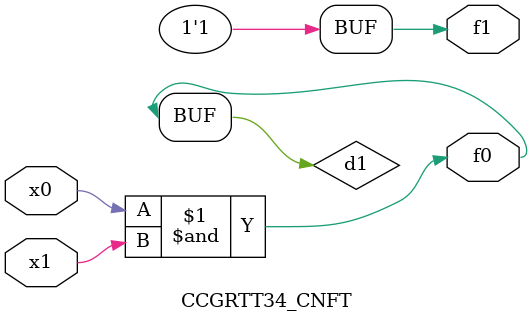
<source format=v>
module CCGRTT34_CNFT(
	input x0, x1,
	output f0, f1
);

	wire d1;

	assign f0 = d1;
	and (d1, x0, x1);
	assign f1 = 1'b1;
endmodule

</source>
